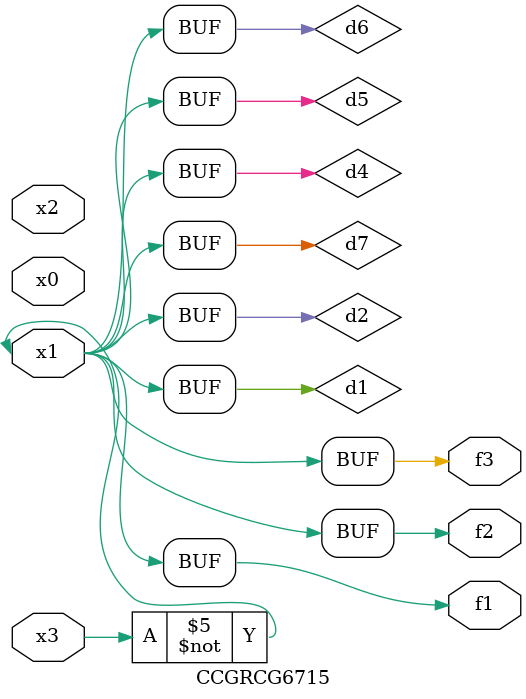
<source format=v>
module CCGRCG6715(
	input x0, x1, x2, x3,
	output f1, f2, f3
);

	wire d1, d2, d3, d4, d5, d6, d7;

	not (d1, x3);
	buf (d2, x1);
	xnor (d3, d1, d2);
	nor (d4, d1);
	buf (d5, d1, d2);
	buf (d6, d4, d5);
	nand (d7, d4);
	assign f1 = d6;
	assign f2 = d7;
	assign f3 = d6;
endmodule

</source>
